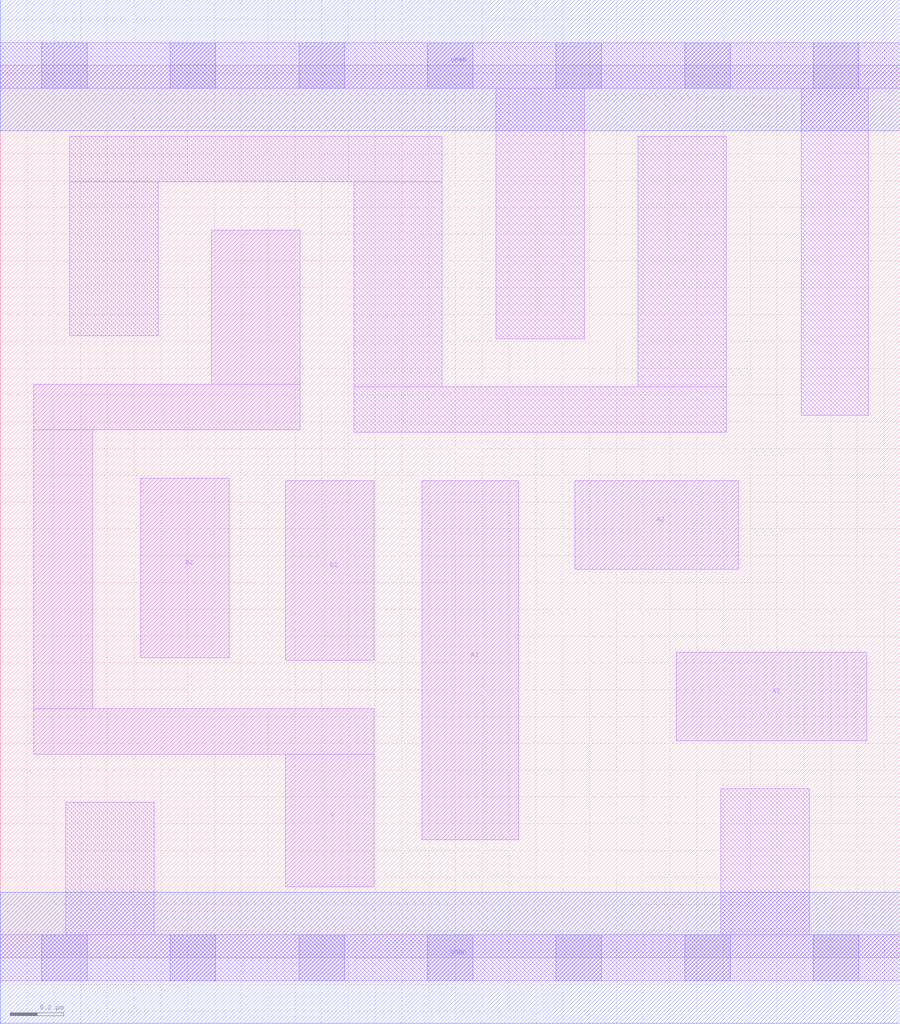
<source format=lef>
# Copyright 2020 The SkyWater PDK Authors
#
# Licensed under the Apache License, Version 2.0 (the "License");
# you may not use this file except in compliance with the License.
# You may obtain a copy of the License at
#
#     https://www.apache.org/licenses/LICENSE-2.0
#
# Unless required by applicable law or agreed to in writing, software
# distributed under the License is distributed on an "AS IS" BASIS,
# WITHOUT WARRANTIES OR CONDITIONS OF ANY KIND, either express or implied.
# See the License for the specific language governing permissions and
# limitations under the License.
#
# SPDX-License-Identifier: Apache-2.0

VERSION 5.7 ;
  NAMESCASESENSITIVE ON ;
  NOWIREEXTENSIONATPIN ON ;
  DIVIDERCHAR "/" ;
  BUSBITCHARS "[]" ;
UNITS
  DATABASE MICRONS 200 ;
END UNITS
MACRO sky130_fd_sc_lp__a32oi_lp
  CLASS CORE ;
  SOURCE USER ;
  FOREIGN sky130_fd_sc_lp__a32oi_lp ;
  ORIGIN  0.000000  0.000000 ;
  SIZE  3.360000 BY  3.330000 ;
  SYMMETRY X Y R90 ;
  SITE unit ;
  PIN A1
    ANTENNAGATEAREA  0.313000 ;
    DIRECTION INPUT ;
    USE SIGNAL ;
    PORT
      LAYER li1 ;
        RECT 1.575000 0.440000 1.935000 1.780000 ;
    END
  END A1
  PIN A2
    ANTENNAGATEAREA  0.313000 ;
    DIRECTION INPUT ;
    USE SIGNAL ;
    PORT
      LAYER li1 ;
        RECT 2.145000 1.450000 2.755000 1.780000 ;
    END
  END A2
  PIN A3
    ANTENNAGATEAREA  0.313000 ;
    DIRECTION INPUT ;
    USE SIGNAL ;
    PORT
      LAYER li1 ;
        RECT 2.525000 0.810000 3.235000 1.140000 ;
    END
  END A3
  PIN B1
    ANTENNAGATEAREA  0.313000 ;
    DIRECTION INPUT ;
    USE SIGNAL ;
    PORT
      LAYER li1 ;
        RECT 1.065000 1.110000 1.395000 1.780000 ;
    END
  END B1
  PIN B2
    ANTENNAGATEAREA  0.313000 ;
    DIRECTION INPUT ;
    USE SIGNAL ;
    PORT
      LAYER li1 ;
        RECT 0.525000 1.120000 0.855000 1.790000 ;
    END
  END B2
  PIN Y
    ANTENNADIFFAREA  0.508900 ;
    DIRECTION OUTPUT ;
    USE SIGNAL ;
    PORT
      LAYER li1 ;
        RECT 0.125000 0.760000 1.395000 0.930000 ;
        RECT 0.125000 0.930000 0.345000 1.970000 ;
        RECT 0.125000 1.970000 1.120000 2.140000 ;
        RECT 0.790000 2.140000 1.120000 2.715000 ;
        RECT 1.065000 0.265000 1.395000 0.760000 ;
    END
  END Y
  PIN VGND
    DIRECTION INOUT ;
    USE GROUND ;
    PORT
      LAYER met1 ;
        RECT 0.000000 -0.245000 3.360000 0.245000 ;
    END
  END VGND
  PIN VPWR
    DIRECTION INOUT ;
    USE POWER ;
    PORT
      LAYER met1 ;
        RECT 0.000000 3.085000 3.360000 3.575000 ;
    END
  END VPWR
  OBS
    LAYER li1 ;
      RECT 0.000000 -0.085000 3.360000 0.085000 ;
      RECT 0.000000  3.245000 3.360000 3.415000 ;
      RECT 0.245000  0.085000 0.575000 0.580000 ;
      RECT 0.260000  2.320000 0.590000 2.895000 ;
      RECT 0.260000  2.895000 1.650000 3.065000 ;
      RECT 1.320000  1.960000 2.710000 2.130000 ;
      RECT 1.320000  2.130000 1.650000 2.895000 ;
      RECT 1.850000  2.310000 2.180000 3.245000 ;
      RECT 2.380000  2.130000 2.710000 3.065000 ;
      RECT 2.690000  0.085000 3.020000 0.630000 ;
      RECT 2.990000  2.025000 3.240000 3.245000 ;
    LAYER mcon ;
      RECT 0.155000 -0.085000 0.325000 0.085000 ;
      RECT 0.155000  3.245000 0.325000 3.415000 ;
      RECT 0.635000 -0.085000 0.805000 0.085000 ;
      RECT 0.635000  3.245000 0.805000 3.415000 ;
      RECT 1.115000 -0.085000 1.285000 0.085000 ;
      RECT 1.115000  3.245000 1.285000 3.415000 ;
      RECT 1.595000 -0.085000 1.765000 0.085000 ;
      RECT 1.595000  3.245000 1.765000 3.415000 ;
      RECT 2.075000 -0.085000 2.245000 0.085000 ;
      RECT 2.075000  3.245000 2.245000 3.415000 ;
      RECT 2.555000 -0.085000 2.725000 0.085000 ;
      RECT 2.555000  3.245000 2.725000 3.415000 ;
      RECT 3.035000 -0.085000 3.205000 0.085000 ;
      RECT 3.035000  3.245000 3.205000 3.415000 ;
  END
END sky130_fd_sc_lp__a32oi_lp
END LIBRARY

</source>
